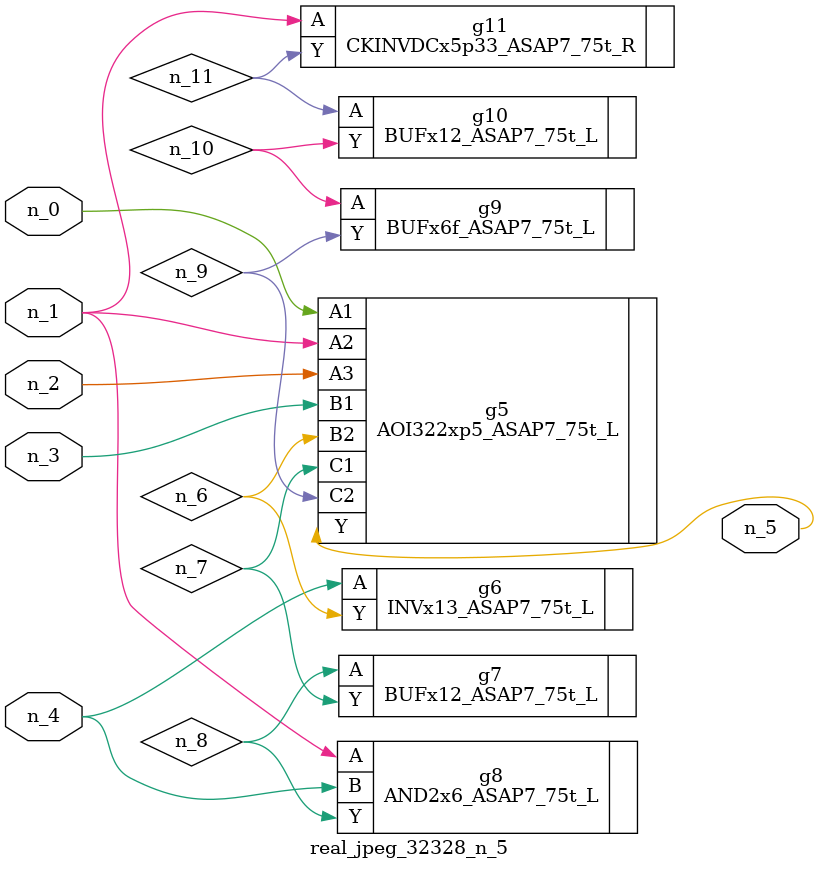
<source format=v>
module real_jpeg_32328_n_5 (n_4, n_0, n_1, n_2, n_3, n_5);

input n_4;
input n_0;
input n_1;
input n_2;
input n_3;

output n_5;

wire n_8;
wire n_11;
wire n_6;
wire n_7;
wire n_10;
wire n_9;

AOI322xp5_ASAP7_75t_L g5 ( 
.A1(n_0),
.A2(n_1),
.A3(n_2),
.B1(n_3),
.B2(n_6),
.C1(n_7),
.C2(n_9),
.Y(n_5)
);

AND2x6_ASAP7_75t_L g8 ( 
.A(n_1),
.B(n_4),
.Y(n_8)
);

CKINVDCx5p33_ASAP7_75t_R g11 ( 
.A(n_1),
.Y(n_11)
);

INVx13_ASAP7_75t_L g6 ( 
.A(n_4),
.Y(n_6)
);

BUFx12_ASAP7_75t_L g7 ( 
.A(n_8),
.Y(n_7)
);

BUFx6f_ASAP7_75t_L g9 ( 
.A(n_10),
.Y(n_9)
);

BUFx12_ASAP7_75t_L g10 ( 
.A(n_11),
.Y(n_10)
);


endmodule
</source>
